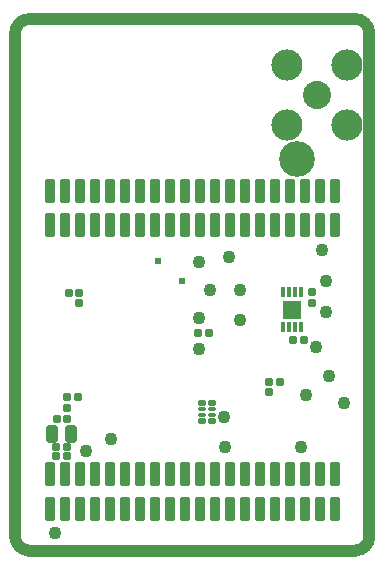
<source format=gbs>
G04*
G04 #@! TF.GenerationSoftware,Altium Limited,Altium Designer,19.0.15 (446)*
G04*
G04 Layer_Color=16711935*
%FSLAX25Y25*%
%MOIN*%
G70*
G01*
G75*
%ADD45C,0.03937*%
G04:AMPARAMS|DCode=54|XSize=27.62mil|YSize=27.62mil|CornerRadius=4.36mil|HoleSize=0mil|Usage=FLASHONLY|Rotation=180.000|XOffset=0mil|YOffset=0mil|HoleType=Round|Shape=RoundedRectangle|*
%AMROUNDEDRECTD54*
21,1,0.02762,0.01890,0,0,180.0*
21,1,0.01890,0.02762,0,0,180.0*
1,1,0.00872,-0.00945,0.00945*
1,1,0.00872,0.00945,0.00945*
1,1,0.00872,0.00945,-0.00945*
1,1,0.00872,-0.00945,-0.00945*
%
%ADD54ROUNDEDRECTD54*%
G04:AMPARAMS|DCode=76|XSize=23.68mil|YSize=27.62mil|CornerRadius=3.97mil|HoleSize=0mil|Usage=FLASHONLY|Rotation=0.000|XOffset=0mil|YOffset=0mil|HoleType=Round|Shape=RoundedRectangle|*
%AMROUNDEDRECTD76*
21,1,0.02368,0.01968,0,0,0.0*
21,1,0.01575,0.02762,0,0,0.0*
1,1,0.00794,0.00787,-0.00984*
1,1,0.00794,-0.00787,-0.00984*
1,1,0.00794,-0.00787,0.00984*
1,1,0.00794,0.00787,0.00984*
%
%ADD76ROUNDEDRECTD76*%
G04:AMPARAMS|DCode=77|XSize=23.68mil|YSize=27.62mil|CornerRadius=3.97mil|HoleSize=0mil|Usage=FLASHONLY|Rotation=270.000|XOffset=0mil|YOffset=0mil|HoleType=Round|Shape=RoundedRectangle|*
%AMROUNDEDRECTD77*
21,1,0.02368,0.01968,0,0,270.0*
21,1,0.01575,0.02762,0,0,270.0*
1,1,0.00794,-0.00984,-0.00787*
1,1,0.00794,-0.00984,0.00787*
1,1,0.00794,0.00984,0.00787*
1,1,0.00794,0.00984,-0.00787*
%
%ADD77ROUNDEDRECTD77*%
G04:AMPARAMS|DCode=78|XSize=27.62mil|YSize=27.62mil|CornerRadius=4.36mil|HoleSize=0mil|Usage=FLASHONLY|Rotation=270.000|XOffset=0mil|YOffset=0mil|HoleType=Round|Shape=RoundedRectangle|*
%AMROUNDEDRECTD78*
21,1,0.02762,0.01890,0,0,270.0*
21,1,0.01890,0.02762,0,0,270.0*
1,1,0.00872,-0.00945,-0.00945*
1,1,0.00872,-0.00945,0.00945*
1,1,0.00872,0.00945,0.00945*
1,1,0.00872,0.00945,-0.00945*
%
%ADD78ROUNDEDRECTD78*%
%ADD81C,0.09400*%
%ADD82C,0.10400*%
%ADD83C,0.02400*%
%ADD112C,0.04337*%
G04:AMPARAMS|DCode=113|XSize=57.15mil|YSize=41.4mil|CornerRadius=6.68mil|HoleSize=0mil|Usage=FLASHONLY|Rotation=270.000|XOffset=0mil|YOffset=0mil|HoleType=Round|Shape=RoundedRectangle|*
%AMROUNDEDRECTD113*
21,1,0.05715,0.02805,0,0,270.0*
21,1,0.04380,0.04140,0,0,270.0*
1,1,0.01335,-0.01403,-0.02190*
1,1,0.01335,-0.01403,0.02190*
1,1,0.01335,0.01403,0.02190*
1,1,0.01335,0.01403,-0.02190*
%
%ADD113ROUNDEDRECTD113*%
G04:AMPARAMS|DCode=114|XSize=82.68mil|YSize=33.07mil|CornerRadius=4.88mil|HoleSize=0mil|Usage=FLASHONLY|Rotation=270.000|XOffset=0mil|YOffset=0mil|HoleType=Round|Shape=RoundedRectangle|*
%AMROUNDEDRECTD114*
21,1,0.08268,0.02331,0,0,270.0*
21,1,0.07291,0.03307,0,0,270.0*
1,1,0.00976,-0.01165,-0.03646*
1,1,0.00976,-0.01165,0.03646*
1,1,0.00976,0.01165,0.03646*
1,1,0.00976,0.01165,-0.03646*
%
%ADD114ROUNDEDRECTD114*%
%ADD115R,0.05912X0.06306*%
G04:AMPARAMS|DCode=116|XSize=15.81mil|YSize=33.53mil|CornerRadius=3.18mil|HoleSize=0mil|Usage=FLASHONLY|Rotation=180.000|XOffset=0mil|YOffset=0mil|HoleType=Round|Shape=RoundedRectangle|*
%AMROUNDEDRECTD116*
21,1,0.01581,0.02717,0,0,180.0*
21,1,0.00945,0.03353,0,0,180.0*
1,1,0.00636,-0.00472,0.01358*
1,1,0.00636,0.00472,0.01358*
1,1,0.00636,0.00472,-0.01358*
1,1,0.00636,-0.00472,-0.01358*
%
%ADD116ROUNDEDRECTD116*%
G04:AMPARAMS|DCode=117|XSize=19.75mil|YSize=23.68mil|CornerRadius=3.58mil|HoleSize=0mil|Usage=FLASHONLY|Rotation=270.000|XOffset=0mil|YOffset=0mil|HoleType=Round|Shape=RoundedRectangle|*
%AMROUNDEDRECTD117*
21,1,0.01975,0.01654,0,0,270.0*
21,1,0.01260,0.02368,0,0,270.0*
1,1,0.00715,-0.00827,-0.00630*
1,1,0.00715,-0.00827,0.00630*
1,1,0.00715,0.00827,0.00630*
1,1,0.00715,0.00827,-0.00630*
%
%ADD117ROUNDEDRECTD117*%
G04:AMPARAMS|DCode=118|XSize=15.81mil|YSize=23.68mil|CornerRadius=3.18mil|HoleSize=0mil|Usage=FLASHONLY|Rotation=270.000|XOffset=0mil|YOffset=0mil|HoleType=Round|Shape=RoundedRectangle|*
%AMROUNDEDRECTD118*
21,1,0.01581,0.01732,0,0,270.0*
21,1,0.00945,0.02368,0,0,270.0*
1,1,0.00636,-0.00866,-0.00472*
1,1,0.00636,-0.00866,0.00472*
1,1,0.00636,0.00866,0.00472*
1,1,0.00636,0.00866,-0.00472*
%
%ADD118ROUNDEDRECTD118*%
%ADD119C,0.11890*%
D45*
X113386Y0D02*
G03*
X118110Y4724I0J4724D01*
G01*
Y172441D02*
G03*
X113386Y177165I-4724J0D01*
G01*
X4724D02*
G03*
X0Y172441I0J-4724D01*
G01*
Y4724D02*
G03*
X4724Y0I4724J0D01*
G01*
X113386D01*
X118110Y4724D02*
Y172441D01*
X4724Y177165D02*
X113386D01*
X0Y4724D02*
Y172441D01*
D54*
X17323Y51083D02*
D03*
Y47539D02*
D03*
X84744Y56299D02*
D03*
Y52756D02*
D03*
X21358Y85925D02*
D03*
Y82382D02*
D03*
D76*
X98819Y82480D02*
D03*
Y86024D02*
D03*
D77*
X64665Y72342D02*
D03*
X61122D02*
D03*
X13681Y34350D02*
D03*
X17224D02*
D03*
Y31398D02*
D03*
X13681D02*
D03*
D78*
X84744Y56299D02*
D03*
X88287D02*
D03*
X17815Y85925D02*
D03*
X21358D02*
D03*
X20866Y51083D02*
D03*
X17323D02*
D03*
X13878Y43996D02*
D03*
X17421D02*
D03*
X96172Y70079D02*
D03*
X92628D02*
D03*
D81*
X100787Y151969D02*
D03*
D82*
X90787Y141969D02*
D03*
X110787D02*
D03*
X90787Y161969D02*
D03*
X110787D02*
D03*
D83*
X55700Y89700D02*
D03*
X47500Y96500D02*
D03*
D112*
X32087Y37087D02*
D03*
X69882Y34449D02*
D03*
X13150Y5709D02*
D03*
X23622Y33071D02*
D03*
X61221Y67323D02*
D03*
X95472Y34449D02*
D03*
X103740Y89764D02*
D03*
Y79528D02*
D03*
X96850Y51968D02*
D03*
X102165Y100197D02*
D03*
X104724Y58071D02*
D03*
X100197Y67913D02*
D03*
X109646Y49213D02*
D03*
X61417Y96063D02*
D03*
X64921Y86732D02*
D03*
X74882Y86890D02*
D03*
X61221Y77559D02*
D03*
X75000Y76968D02*
D03*
X69685Y44488D02*
D03*
X71260Y97953D02*
D03*
D113*
X12205Y38976D02*
D03*
X18504D02*
D03*
D114*
X11555Y13976D02*
D03*
Y25394D02*
D03*
X16555Y13976D02*
D03*
Y25394D02*
D03*
X21555Y13976D02*
D03*
Y25394D02*
D03*
X26555Y13976D02*
D03*
Y25394D02*
D03*
X31555Y13976D02*
D03*
Y25394D02*
D03*
X36555Y13976D02*
D03*
Y25394D02*
D03*
X41555Y13976D02*
D03*
Y25394D02*
D03*
X46555Y13976D02*
D03*
Y25394D02*
D03*
X51555Y13976D02*
D03*
Y25394D02*
D03*
X56555Y13976D02*
D03*
Y25394D02*
D03*
X61555Y13976D02*
D03*
Y25394D02*
D03*
X66555Y13976D02*
D03*
Y25394D02*
D03*
X71555Y13976D02*
D03*
Y25394D02*
D03*
X76555Y13976D02*
D03*
Y25394D02*
D03*
X81555Y13976D02*
D03*
Y25394D02*
D03*
X86555Y13976D02*
D03*
Y25394D02*
D03*
X91555Y13976D02*
D03*
Y25394D02*
D03*
X96555Y13976D02*
D03*
Y25394D02*
D03*
X101555Y13976D02*
D03*
Y25394D02*
D03*
X106555Y13976D02*
D03*
Y25394D02*
D03*
X11555Y108465D02*
D03*
Y119882D02*
D03*
X16555Y108465D02*
D03*
Y119882D02*
D03*
X21555Y108465D02*
D03*
Y119882D02*
D03*
X26555Y108465D02*
D03*
Y119882D02*
D03*
X31555Y108465D02*
D03*
Y119882D02*
D03*
X36555Y108465D02*
D03*
Y119882D02*
D03*
X41555Y108465D02*
D03*
Y119882D02*
D03*
X46555Y108465D02*
D03*
Y119882D02*
D03*
X51555Y108465D02*
D03*
Y119882D02*
D03*
X56555Y108465D02*
D03*
Y119882D02*
D03*
X61555Y108465D02*
D03*
Y119882D02*
D03*
X66555Y108465D02*
D03*
Y119882D02*
D03*
X71555Y108465D02*
D03*
Y119882D02*
D03*
X76555Y108465D02*
D03*
Y119882D02*
D03*
X81555Y108465D02*
D03*
Y119882D02*
D03*
X86555Y108465D02*
D03*
Y119882D02*
D03*
X91555Y108465D02*
D03*
Y119882D02*
D03*
X96555Y108465D02*
D03*
Y119882D02*
D03*
X101555Y108465D02*
D03*
Y119882D02*
D03*
X106555Y108465D02*
D03*
Y119882D02*
D03*
D115*
X92323Y80315D02*
D03*
D116*
X89370Y74606D02*
D03*
X91338D02*
D03*
X93307D02*
D03*
X95275D02*
D03*
Y86024D02*
D03*
X93307D02*
D03*
X91338D02*
D03*
X89370D02*
D03*
D117*
X65748Y43110D02*
D03*
Y49016D02*
D03*
X62205Y43110D02*
D03*
Y49016D02*
D03*
D118*
X65748Y45079D02*
D03*
Y47047D02*
D03*
X62205Y45079D02*
D03*
Y47047D02*
D03*
D119*
X93878Y130453D02*
D03*
M02*

</source>
